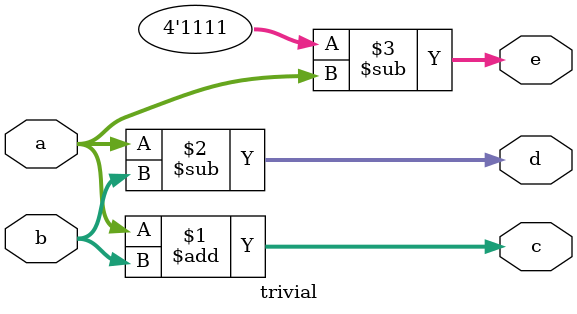
<source format=v>
module trivial( input [3:0] a, input [3:0] b, output [3:0] c, output [3:0] d, output [3:0] e);
assign c = a + b;
assign d = a - b;
assign e = 4'b1111 - a;
endmodule


</source>
